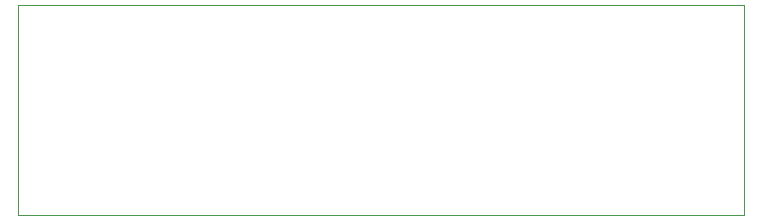
<source format=gbr>
G04 #@! TF.GenerationSoftware,KiCad,Pcbnew,(5.1.5-0-10_14)*
G04 #@! TF.CreationDate,2020-03-21T13:08:25+11:00*
G04 #@! TF.ProjectId,Internal Gotek Adpater,496e7465-726e-4616-9c20-476f74656b20,rev?*
G04 #@! TF.SameCoordinates,Original*
G04 #@! TF.FileFunction,Profile,NP*
%FSLAX46Y46*%
G04 Gerber Fmt 4.6, Leading zero omitted, Abs format (unit mm)*
G04 Created by KiCad (PCBNEW (5.1.5-0-10_14)) date 2020-03-21 13:08:25*
%MOMM*%
%LPD*%
G04 APERTURE LIST*
%ADD10C,0.050000*%
G04 APERTURE END LIST*
D10*
X15240000Y-20320000D02*
X76708000Y-20320000D01*
X15240000Y-38100000D02*
X15240000Y-20320000D01*
X76708000Y-38100000D02*
X15240000Y-38100000D01*
X76708000Y-20320000D02*
X76708000Y-38100000D01*
M02*

</source>
